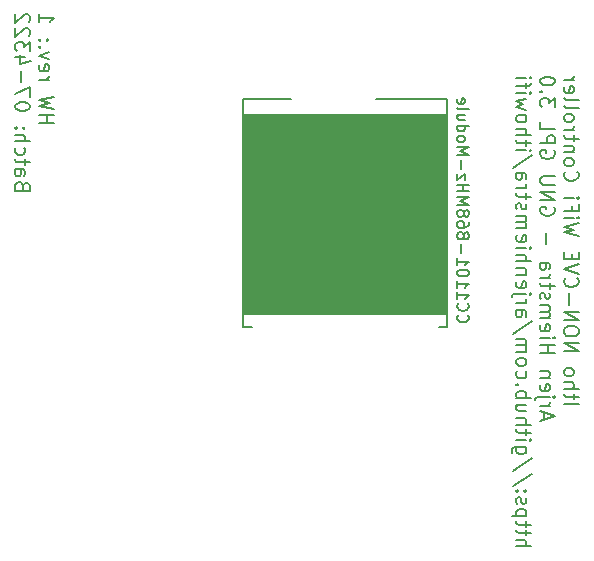
<source format=gbo>
G04 #@! TF.GenerationSoftware,KiCad,Pcbnew,(6.0.8-1)-1*
G04 #@! TF.CreationDate,2022-10-25T17:52:03+02:00*
G04 #@! TF.ProjectId,ithowifi_4l,6974686f-7769-4666-995f-346c2e6b6963,rev?*
G04 #@! TF.SameCoordinates,Original*
G04 #@! TF.FileFunction,Legend,Bot*
G04 #@! TF.FilePolarity,Positive*
%FSLAX46Y46*%
G04 Gerber Fmt 4.6, Leading zero omitted, Abs format (unit mm)*
G04 Created by KiCad (PCBNEW (6.0.8-1)-1) date 2022-10-25 17:52:03*
%MOMM*%
%LPD*%
G01*
G04 APERTURE LIST*
%ADD10C,0.100000*%
%ADD11C,0.200000*%
%ADD12C,0.150000*%
G04 APERTURE END LIST*
D10*
G36*
X103202000Y-135417558D02*
G01*
X85955400Y-135417558D01*
X85930000Y-118450358D01*
X103202000Y-118450358D01*
X103202000Y-135417558D01*
G37*
X103202000Y-135417558D02*
X85955400Y-135417558D01*
X85930000Y-118450358D01*
X103202000Y-118450358D01*
X103202000Y-135417558D01*
D11*
X113075393Y-143011000D02*
X114321393Y-143011000D01*
X113906060Y-142595666D02*
X113906060Y-142121000D01*
X114321393Y-142417666D02*
X113253393Y-142417666D01*
X113134726Y-142358333D01*
X113075393Y-142239666D01*
X113075393Y-142121000D01*
X113075393Y-141705666D02*
X114321393Y-141705666D01*
X113075393Y-141171666D02*
X113728060Y-141171666D01*
X113846726Y-141231000D01*
X113906060Y-141349666D01*
X113906060Y-141527666D01*
X113846726Y-141646333D01*
X113787393Y-141705666D01*
X113075393Y-140400333D02*
X113134726Y-140519000D01*
X113194060Y-140578333D01*
X113312726Y-140637666D01*
X113668726Y-140637666D01*
X113787393Y-140578333D01*
X113846726Y-140519000D01*
X113906060Y-140400333D01*
X113906060Y-140222333D01*
X113846726Y-140103666D01*
X113787393Y-140044333D01*
X113668726Y-139985000D01*
X113312726Y-139985000D01*
X113194060Y-140044333D01*
X113134726Y-140103666D01*
X113075393Y-140222333D01*
X113075393Y-140400333D01*
X113075393Y-138501666D02*
X114321393Y-138501666D01*
X113075393Y-137789666D01*
X114321393Y-137789666D01*
X114321393Y-136959000D02*
X114321393Y-136721666D01*
X114262060Y-136603000D01*
X114143393Y-136484333D01*
X113906060Y-136425000D01*
X113490726Y-136425000D01*
X113253393Y-136484333D01*
X113134726Y-136603000D01*
X113075393Y-136721666D01*
X113075393Y-136959000D01*
X113134726Y-137077666D01*
X113253393Y-137196333D01*
X113490726Y-137255666D01*
X113906060Y-137255666D01*
X114143393Y-137196333D01*
X114262060Y-137077666D01*
X114321393Y-136959000D01*
X113075393Y-135891000D02*
X114321393Y-135891000D01*
X113075393Y-135179000D01*
X114321393Y-135179000D01*
X113550060Y-134585666D02*
X113550060Y-133636333D01*
X113194060Y-132331000D02*
X113134726Y-132390333D01*
X113075393Y-132568333D01*
X113075393Y-132687000D01*
X113134726Y-132865000D01*
X113253393Y-132983666D01*
X113372060Y-133043000D01*
X113609393Y-133102333D01*
X113787393Y-133102333D01*
X114024726Y-133043000D01*
X114143393Y-132983666D01*
X114262060Y-132865000D01*
X114321393Y-132687000D01*
X114321393Y-132568333D01*
X114262060Y-132390333D01*
X114202726Y-132331000D01*
X114321393Y-131975000D02*
X113075393Y-131559666D01*
X114321393Y-131144333D01*
X113728060Y-130729000D02*
X113728060Y-130313666D01*
X113075393Y-130135666D02*
X113075393Y-130729000D01*
X114321393Y-130729000D01*
X114321393Y-130135666D01*
X114321393Y-128771000D02*
X113075393Y-128474333D01*
X113965393Y-128237000D01*
X113075393Y-127999666D01*
X114321393Y-127703000D01*
X113075393Y-127228333D02*
X113906060Y-127228333D01*
X114321393Y-127228333D02*
X114262060Y-127287666D01*
X114202726Y-127228333D01*
X114262060Y-127169000D01*
X114321393Y-127228333D01*
X114202726Y-127228333D01*
X113728060Y-126219666D02*
X113728060Y-126635000D01*
X113075393Y-126635000D02*
X114321393Y-126635000D01*
X114321393Y-126041666D01*
X113075393Y-125567000D02*
X113906060Y-125567000D01*
X114321393Y-125567000D02*
X114262060Y-125626333D01*
X114202726Y-125567000D01*
X114262060Y-125507666D01*
X114321393Y-125567000D01*
X114202726Y-125567000D01*
X113194060Y-123312333D02*
X113134726Y-123371666D01*
X113075393Y-123549666D01*
X113075393Y-123668333D01*
X113134726Y-123846333D01*
X113253393Y-123965000D01*
X113372060Y-124024333D01*
X113609393Y-124083666D01*
X113787393Y-124083666D01*
X114024726Y-124024333D01*
X114143393Y-123965000D01*
X114262060Y-123846333D01*
X114321393Y-123668333D01*
X114321393Y-123549666D01*
X114262060Y-123371666D01*
X114202726Y-123312333D01*
X113075393Y-122600333D02*
X113134726Y-122719000D01*
X113194060Y-122778333D01*
X113312726Y-122837666D01*
X113668726Y-122837666D01*
X113787393Y-122778333D01*
X113846726Y-122719000D01*
X113906060Y-122600333D01*
X113906060Y-122422333D01*
X113846726Y-122303666D01*
X113787393Y-122244333D01*
X113668726Y-122185000D01*
X113312726Y-122185000D01*
X113194060Y-122244333D01*
X113134726Y-122303666D01*
X113075393Y-122422333D01*
X113075393Y-122600333D01*
X113906060Y-121651000D02*
X113075393Y-121651000D01*
X113787393Y-121651000D02*
X113846726Y-121591666D01*
X113906060Y-121473000D01*
X113906060Y-121295000D01*
X113846726Y-121176333D01*
X113728060Y-121117000D01*
X113075393Y-121117000D01*
X113906060Y-120701666D02*
X113906060Y-120227000D01*
X114321393Y-120523666D02*
X113253393Y-120523666D01*
X113134726Y-120464333D01*
X113075393Y-120345666D01*
X113075393Y-120227000D01*
X113075393Y-119811666D02*
X113906060Y-119811666D01*
X113668726Y-119811666D02*
X113787393Y-119752333D01*
X113846726Y-119693000D01*
X113906060Y-119574333D01*
X113906060Y-119455666D01*
X113075393Y-118862333D02*
X113134726Y-118981000D01*
X113194060Y-119040333D01*
X113312726Y-119099666D01*
X113668726Y-119099666D01*
X113787393Y-119040333D01*
X113846726Y-118981000D01*
X113906060Y-118862333D01*
X113906060Y-118684333D01*
X113846726Y-118565666D01*
X113787393Y-118506333D01*
X113668726Y-118447000D01*
X113312726Y-118447000D01*
X113194060Y-118506333D01*
X113134726Y-118565666D01*
X113075393Y-118684333D01*
X113075393Y-118862333D01*
X113075393Y-117735000D02*
X113134726Y-117853666D01*
X113253393Y-117913000D01*
X114321393Y-117913000D01*
X113075393Y-117082333D02*
X113134726Y-117201000D01*
X113253393Y-117260333D01*
X114321393Y-117260333D01*
X113134726Y-116133000D02*
X113075393Y-116251666D01*
X113075393Y-116489000D01*
X113134726Y-116607666D01*
X113253393Y-116667000D01*
X113728060Y-116667000D01*
X113846726Y-116607666D01*
X113906060Y-116489000D01*
X113906060Y-116251666D01*
X113846726Y-116133000D01*
X113728060Y-116073666D01*
X113609393Y-116073666D01*
X113490726Y-116667000D01*
X113075393Y-115539666D02*
X113906060Y-115539666D01*
X113668726Y-115539666D02*
X113787393Y-115480333D01*
X113846726Y-115421000D01*
X113906060Y-115302333D01*
X113906060Y-115183666D01*
X111425333Y-144316333D02*
X111425333Y-143723000D01*
X111069333Y-144435000D02*
X112315333Y-144019666D01*
X111069333Y-143604333D01*
X111069333Y-143189000D02*
X111900000Y-143189000D01*
X111662666Y-143189000D02*
X111781333Y-143129666D01*
X111840666Y-143070333D01*
X111900000Y-142951666D01*
X111900000Y-142833000D01*
X111900000Y-142417666D02*
X110832000Y-142417666D01*
X110713333Y-142477000D01*
X110654000Y-142595666D01*
X110654000Y-142655000D01*
X112315333Y-142417666D02*
X112256000Y-142477000D01*
X112196666Y-142417666D01*
X112256000Y-142358333D01*
X112315333Y-142417666D01*
X112196666Y-142417666D01*
X111128666Y-141349666D02*
X111069333Y-141468333D01*
X111069333Y-141705666D01*
X111128666Y-141824333D01*
X111247333Y-141883666D01*
X111722000Y-141883666D01*
X111840666Y-141824333D01*
X111900000Y-141705666D01*
X111900000Y-141468333D01*
X111840666Y-141349666D01*
X111722000Y-141290333D01*
X111603333Y-141290333D01*
X111484666Y-141883666D01*
X111900000Y-140756333D02*
X111069333Y-140756333D01*
X111781333Y-140756333D02*
X111840666Y-140697000D01*
X111900000Y-140578333D01*
X111900000Y-140400333D01*
X111840666Y-140281666D01*
X111722000Y-140222333D01*
X111069333Y-140222333D01*
X111069333Y-138679666D02*
X112315333Y-138679666D01*
X111722000Y-138679666D02*
X111722000Y-137967666D01*
X111069333Y-137967666D02*
X112315333Y-137967666D01*
X111069333Y-137374333D02*
X111900000Y-137374333D01*
X112315333Y-137374333D02*
X112256000Y-137433666D01*
X112196666Y-137374333D01*
X112256000Y-137315000D01*
X112315333Y-137374333D01*
X112196666Y-137374333D01*
X111128666Y-136306333D02*
X111069333Y-136425000D01*
X111069333Y-136662333D01*
X111128666Y-136781000D01*
X111247333Y-136840333D01*
X111722000Y-136840333D01*
X111840666Y-136781000D01*
X111900000Y-136662333D01*
X111900000Y-136425000D01*
X111840666Y-136306333D01*
X111722000Y-136247000D01*
X111603333Y-136247000D01*
X111484666Y-136840333D01*
X111069333Y-135713000D02*
X111900000Y-135713000D01*
X111781333Y-135713000D02*
X111840666Y-135653666D01*
X111900000Y-135535000D01*
X111900000Y-135357000D01*
X111840666Y-135238333D01*
X111722000Y-135179000D01*
X111069333Y-135179000D01*
X111722000Y-135179000D02*
X111840666Y-135119666D01*
X111900000Y-135001000D01*
X111900000Y-134823000D01*
X111840666Y-134704333D01*
X111722000Y-134645000D01*
X111069333Y-134645000D01*
X111128666Y-134111000D02*
X111069333Y-133992333D01*
X111069333Y-133755000D01*
X111128666Y-133636333D01*
X111247333Y-133577000D01*
X111306666Y-133577000D01*
X111425333Y-133636333D01*
X111484666Y-133755000D01*
X111484666Y-133933000D01*
X111544000Y-134051666D01*
X111662666Y-134111000D01*
X111722000Y-134111000D01*
X111840666Y-134051666D01*
X111900000Y-133933000D01*
X111900000Y-133755000D01*
X111840666Y-133636333D01*
X111900000Y-133221000D02*
X111900000Y-132746333D01*
X112315333Y-133043000D02*
X111247333Y-133043000D01*
X111128666Y-132983666D01*
X111069333Y-132865000D01*
X111069333Y-132746333D01*
X111069333Y-132331000D02*
X111900000Y-132331000D01*
X111662666Y-132331000D02*
X111781333Y-132271666D01*
X111840666Y-132212333D01*
X111900000Y-132093666D01*
X111900000Y-131975000D01*
X111069333Y-131025666D02*
X111722000Y-131025666D01*
X111840666Y-131085000D01*
X111900000Y-131203666D01*
X111900000Y-131441000D01*
X111840666Y-131559666D01*
X111128666Y-131025666D02*
X111069333Y-131144333D01*
X111069333Y-131441000D01*
X111128666Y-131559666D01*
X111247333Y-131619000D01*
X111366000Y-131619000D01*
X111484666Y-131559666D01*
X111544000Y-131441000D01*
X111544000Y-131144333D01*
X111603333Y-131025666D01*
X111544000Y-129483000D02*
X111544000Y-128533666D01*
X112256000Y-126338333D02*
X112315333Y-126457000D01*
X112315333Y-126635000D01*
X112256000Y-126813000D01*
X112137333Y-126931666D01*
X112018666Y-126991000D01*
X111781333Y-127050333D01*
X111603333Y-127050333D01*
X111366000Y-126991000D01*
X111247333Y-126931666D01*
X111128666Y-126813000D01*
X111069333Y-126635000D01*
X111069333Y-126516333D01*
X111128666Y-126338333D01*
X111188000Y-126279000D01*
X111603333Y-126279000D01*
X111603333Y-126516333D01*
X111069333Y-125745000D02*
X112315333Y-125745000D01*
X111069333Y-125033000D01*
X112315333Y-125033000D01*
X112315333Y-124439666D02*
X111306666Y-124439666D01*
X111188000Y-124380333D01*
X111128666Y-124321000D01*
X111069333Y-124202333D01*
X111069333Y-123965000D01*
X111128666Y-123846333D01*
X111188000Y-123787000D01*
X111306666Y-123727666D01*
X112315333Y-123727666D01*
X112256000Y-121532333D02*
X112315333Y-121651000D01*
X112315333Y-121829000D01*
X112256000Y-122007000D01*
X112137333Y-122125666D01*
X112018666Y-122185000D01*
X111781333Y-122244333D01*
X111603333Y-122244333D01*
X111366000Y-122185000D01*
X111247333Y-122125666D01*
X111128666Y-122007000D01*
X111069333Y-121829000D01*
X111069333Y-121710333D01*
X111128666Y-121532333D01*
X111188000Y-121473000D01*
X111603333Y-121473000D01*
X111603333Y-121710333D01*
X111069333Y-120939000D02*
X112315333Y-120939000D01*
X112315333Y-120464333D01*
X112256000Y-120345666D01*
X112196666Y-120286333D01*
X112078000Y-120227000D01*
X111900000Y-120227000D01*
X111781333Y-120286333D01*
X111722000Y-120345666D01*
X111662666Y-120464333D01*
X111662666Y-120939000D01*
X111069333Y-119099666D02*
X111069333Y-119693000D01*
X112315333Y-119693000D01*
X112315333Y-117853666D02*
X112315333Y-117082333D01*
X111840666Y-117497666D01*
X111840666Y-117319666D01*
X111781333Y-117201000D01*
X111722000Y-117141666D01*
X111603333Y-117082333D01*
X111306666Y-117082333D01*
X111188000Y-117141666D01*
X111128666Y-117201000D01*
X111069333Y-117319666D01*
X111069333Y-117675666D01*
X111128666Y-117794333D01*
X111188000Y-117853666D01*
X111188000Y-116548333D02*
X111128666Y-116489000D01*
X111069333Y-116548333D01*
X111128666Y-116607666D01*
X111188000Y-116548333D01*
X111069333Y-116548333D01*
X112315333Y-115717666D02*
X112315333Y-115599000D01*
X112256000Y-115480333D01*
X112196666Y-115421000D01*
X112078000Y-115361666D01*
X111840666Y-115302333D01*
X111544000Y-115302333D01*
X111306666Y-115361666D01*
X111188000Y-115421000D01*
X111128666Y-115480333D01*
X111069333Y-115599000D01*
X111069333Y-115717666D01*
X111128666Y-115836333D01*
X111188000Y-115895666D01*
X111306666Y-115955000D01*
X111544000Y-116014333D01*
X111840666Y-116014333D01*
X112078000Y-115955000D01*
X112196666Y-115895666D01*
X112256000Y-115836333D01*
X112315333Y-115717666D01*
X109063273Y-155055666D02*
X110309273Y-155055666D01*
X109063273Y-154521666D02*
X109715940Y-154521666D01*
X109834606Y-154581000D01*
X109893940Y-154699666D01*
X109893940Y-154877666D01*
X109834606Y-154996333D01*
X109775273Y-155055666D01*
X109893940Y-154106333D02*
X109893940Y-153631666D01*
X110309273Y-153928333D02*
X109241273Y-153928333D01*
X109122606Y-153869000D01*
X109063273Y-153750333D01*
X109063273Y-153631666D01*
X109893940Y-153394333D02*
X109893940Y-152919666D01*
X110309273Y-153216333D02*
X109241273Y-153216333D01*
X109122606Y-153157000D01*
X109063273Y-153038333D01*
X109063273Y-152919666D01*
X109893940Y-152504333D02*
X108647940Y-152504333D01*
X109834606Y-152504333D02*
X109893940Y-152385666D01*
X109893940Y-152148333D01*
X109834606Y-152029666D01*
X109775273Y-151970333D01*
X109656606Y-151911000D01*
X109300606Y-151911000D01*
X109181940Y-151970333D01*
X109122606Y-152029666D01*
X109063273Y-152148333D01*
X109063273Y-152385666D01*
X109122606Y-152504333D01*
X109122606Y-151436333D02*
X109063273Y-151317666D01*
X109063273Y-151080333D01*
X109122606Y-150961666D01*
X109241273Y-150902333D01*
X109300606Y-150902333D01*
X109419273Y-150961666D01*
X109478606Y-151080333D01*
X109478606Y-151258333D01*
X109537940Y-151377000D01*
X109656606Y-151436333D01*
X109715940Y-151436333D01*
X109834606Y-151377000D01*
X109893940Y-151258333D01*
X109893940Y-151080333D01*
X109834606Y-150961666D01*
X109181940Y-150368333D02*
X109122606Y-150309000D01*
X109063273Y-150368333D01*
X109122606Y-150427666D01*
X109181940Y-150368333D01*
X109063273Y-150368333D01*
X109834606Y-150368333D02*
X109775273Y-150309000D01*
X109715940Y-150368333D01*
X109775273Y-150427666D01*
X109834606Y-150368333D01*
X109715940Y-150368333D01*
X110368606Y-148885000D02*
X108766606Y-149953000D01*
X110368606Y-147579666D02*
X108766606Y-148647666D01*
X109893940Y-146630333D02*
X108885273Y-146630333D01*
X108766606Y-146689666D01*
X108707273Y-146749000D01*
X108647940Y-146867666D01*
X108647940Y-147045666D01*
X108707273Y-147164333D01*
X109122606Y-146630333D02*
X109063273Y-146749000D01*
X109063273Y-146986333D01*
X109122606Y-147105000D01*
X109181940Y-147164333D01*
X109300606Y-147223666D01*
X109656606Y-147223666D01*
X109775273Y-147164333D01*
X109834606Y-147105000D01*
X109893940Y-146986333D01*
X109893940Y-146749000D01*
X109834606Y-146630333D01*
X109063273Y-146037000D02*
X109893940Y-146037000D01*
X110309273Y-146037000D02*
X110249940Y-146096333D01*
X110190606Y-146037000D01*
X110249940Y-145977666D01*
X110309273Y-146037000D01*
X110190606Y-146037000D01*
X109893940Y-145621666D02*
X109893940Y-145147000D01*
X110309273Y-145443666D02*
X109241273Y-145443666D01*
X109122606Y-145384333D01*
X109063273Y-145265666D01*
X109063273Y-145147000D01*
X109063273Y-144731666D02*
X110309273Y-144731666D01*
X109063273Y-144197666D02*
X109715940Y-144197666D01*
X109834606Y-144257000D01*
X109893940Y-144375666D01*
X109893940Y-144553666D01*
X109834606Y-144672333D01*
X109775273Y-144731666D01*
X109893940Y-143070333D02*
X109063273Y-143070333D01*
X109893940Y-143604333D02*
X109241273Y-143604333D01*
X109122606Y-143545000D01*
X109063273Y-143426333D01*
X109063273Y-143248333D01*
X109122606Y-143129666D01*
X109181940Y-143070333D01*
X109063273Y-142477000D02*
X110309273Y-142477000D01*
X109834606Y-142477000D02*
X109893940Y-142358333D01*
X109893940Y-142121000D01*
X109834606Y-142002333D01*
X109775273Y-141943000D01*
X109656606Y-141883666D01*
X109300606Y-141883666D01*
X109181940Y-141943000D01*
X109122606Y-142002333D01*
X109063273Y-142121000D01*
X109063273Y-142358333D01*
X109122606Y-142477000D01*
X109181940Y-141349666D02*
X109122606Y-141290333D01*
X109063273Y-141349666D01*
X109122606Y-141409000D01*
X109181940Y-141349666D01*
X109063273Y-141349666D01*
X109122606Y-140222333D02*
X109063273Y-140341000D01*
X109063273Y-140578333D01*
X109122606Y-140697000D01*
X109181940Y-140756333D01*
X109300606Y-140815666D01*
X109656606Y-140815666D01*
X109775273Y-140756333D01*
X109834606Y-140697000D01*
X109893940Y-140578333D01*
X109893940Y-140341000D01*
X109834606Y-140222333D01*
X109063273Y-139510333D02*
X109122606Y-139629000D01*
X109181940Y-139688333D01*
X109300606Y-139747666D01*
X109656606Y-139747666D01*
X109775273Y-139688333D01*
X109834606Y-139629000D01*
X109893940Y-139510333D01*
X109893940Y-139332333D01*
X109834606Y-139213666D01*
X109775273Y-139154333D01*
X109656606Y-139095000D01*
X109300606Y-139095000D01*
X109181940Y-139154333D01*
X109122606Y-139213666D01*
X109063273Y-139332333D01*
X109063273Y-139510333D01*
X109063273Y-138561000D02*
X109893940Y-138561000D01*
X109775273Y-138561000D02*
X109834606Y-138501666D01*
X109893940Y-138383000D01*
X109893940Y-138205000D01*
X109834606Y-138086333D01*
X109715940Y-138027000D01*
X109063273Y-138027000D01*
X109715940Y-138027000D02*
X109834606Y-137967666D01*
X109893940Y-137849000D01*
X109893940Y-137671000D01*
X109834606Y-137552333D01*
X109715940Y-137493000D01*
X109063273Y-137493000D01*
X110368606Y-136009666D02*
X108766606Y-137077666D01*
X109063273Y-135060333D02*
X109715940Y-135060333D01*
X109834606Y-135119666D01*
X109893940Y-135238333D01*
X109893940Y-135475666D01*
X109834606Y-135594333D01*
X109122606Y-135060333D02*
X109063273Y-135179000D01*
X109063273Y-135475666D01*
X109122606Y-135594333D01*
X109241273Y-135653666D01*
X109359940Y-135653666D01*
X109478606Y-135594333D01*
X109537940Y-135475666D01*
X109537940Y-135179000D01*
X109597273Y-135060333D01*
X109063273Y-134467000D02*
X109893940Y-134467000D01*
X109656606Y-134467000D02*
X109775273Y-134407666D01*
X109834606Y-134348333D01*
X109893940Y-134229666D01*
X109893940Y-134111000D01*
X109893940Y-133695666D02*
X108825940Y-133695666D01*
X108707273Y-133755000D01*
X108647940Y-133873666D01*
X108647940Y-133933000D01*
X110309273Y-133695666D02*
X110249940Y-133755000D01*
X110190606Y-133695666D01*
X110249940Y-133636333D01*
X110309273Y-133695666D01*
X110190606Y-133695666D01*
X109122606Y-132627666D02*
X109063273Y-132746333D01*
X109063273Y-132983666D01*
X109122606Y-133102333D01*
X109241273Y-133161666D01*
X109715940Y-133161666D01*
X109834606Y-133102333D01*
X109893940Y-132983666D01*
X109893940Y-132746333D01*
X109834606Y-132627666D01*
X109715940Y-132568333D01*
X109597273Y-132568333D01*
X109478606Y-133161666D01*
X109893940Y-132034333D02*
X109063273Y-132034333D01*
X109775273Y-132034333D02*
X109834606Y-131975000D01*
X109893940Y-131856333D01*
X109893940Y-131678333D01*
X109834606Y-131559666D01*
X109715940Y-131500333D01*
X109063273Y-131500333D01*
X109063273Y-130907000D02*
X110309273Y-130907000D01*
X109063273Y-130373000D02*
X109715940Y-130373000D01*
X109834606Y-130432333D01*
X109893940Y-130551000D01*
X109893940Y-130729000D01*
X109834606Y-130847666D01*
X109775273Y-130907000D01*
X109063273Y-129779666D02*
X109893940Y-129779666D01*
X110309273Y-129779666D02*
X110249940Y-129839000D01*
X110190606Y-129779666D01*
X110249940Y-129720333D01*
X110309273Y-129779666D01*
X110190606Y-129779666D01*
X109122606Y-128711666D02*
X109063273Y-128830333D01*
X109063273Y-129067666D01*
X109122606Y-129186333D01*
X109241273Y-129245666D01*
X109715940Y-129245666D01*
X109834606Y-129186333D01*
X109893940Y-129067666D01*
X109893940Y-128830333D01*
X109834606Y-128711666D01*
X109715940Y-128652333D01*
X109597273Y-128652333D01*
X109478606Y-129245666D01*
X109063273Y-128118333D02*
X109893940Y-128118333D01*
X109775273Y-128118333D02*
X109834606Y-128059000D01*
X109893940Y-127940333D01*
X109893940Y-127762333D01*
X109834606Y-127643666D01*
X109715940Y-127584333D01*
X109063273Y-127584333D01*
X109715940Y-127584333D02*
X109834606Y-127525000D01*
X109893940Y-127406333D01*
X109893940Y-127228333D01*
X109834606Y-127109666D01*
X109715940Y-127050333D01*
X109063273Y-127050333D01*
X109122606Y-126516333D02*
X109063273Y-126397666D01*
X109063273Y-126160333D01*
X109122606Y-126041666D01*
X109241273Y-125982333D01*
X109300606Y-125982333D01*
X109419273Y-126041666D01*
X109478606Y-126160333D01*
X109478606Y-126338333D01*
X109537940Y-126457000D01*
X109656606Y-126516333D01*
X109715940Y-126516333D01*
X109834606Y-126457000D01*
X109893940Y-126338333D01*
X109893940Y-126160333D01*
X109834606Y-126041666D01*
X109893940Y-125626333D02*
X109893940Y-125151666D01*
X110309273Y-125448333D02*
X109241273Y-125448333D01*
X109122606Y-125389000D01*
X109063273Y-125270333D01*
X109063273Y-125151666D01*
X109063273Y-124736333D02*
X109893940Y-124736333D01*
X109656606Y-124736333D02*
X109775273Y-124677000D01*
X109834606Y-124617666D01*
X109893940Y-124499000D01*
X109893940Y-124380333D01*
X109063273Y-123431000D02*
X109715940Y-123431000D01*
X109834606Y-123490333D01*
X109893940Y-123609000D01*
X109893940Y-123846333D01*
X109834606Y-123965000D01*
X109122606Y-123431000D02*
X109063273Y-123549666D01*
X109063273Y-123846333D01*
X109122606Y-123965000D01*
X109241273Y-124024333D01*
X109359940Y-124024333D01*
X109478606Y-123965000D01*
X109537940Y-123846333D01*
X109537940Y-123549666D01*
X109597273Y-123431000D01*
X110368606Y-121947666D02*
X108766606Y-123015666D01*
X109063273Y-121532333D02*
X109893940Y-121532333D01*
X110309273Y-121532333D02*
X110249940Y-121591666D01*
X110190606Y-121532333D01*
X110249940Y-121473000D01*
X110309273Y-121532333D01*
X110190606Y-121532333D01*
X109893940Y-121117000D02*
X109893940Y-120642333D01*
X110309273Y-120939000D02*
X109241273Y-120939000D01*
X109122606Y-120879666D01*
X109063273Y-120761000D01*
X109063273Y-120642333D01*
X109063273Y-120227000D02*
X110309273Y-120227000D01*
X109063273Y-119693000D02*
X109715940Y-119693000D01*
X109834606Y-119752333D01*
X109893940Y-119871000D01*
X109893940Y-120049000D01*
X109834606Y-120167666D01*
X109775273Y-120227000D01*
X109063273Y-118921666D02*
X109122606Y-119040333D01*
X109181940Y-119099666D01*
X109300606Y-119159000D01*
X109656606Y-119159000D01*
X109775273Y-119099666D01*
X109834606Y-119040333D01*
X109893940Y-118921666D01*
X109893940Y-118743666D01*
X109834606Y-118625000D01*
X109775273Y-118565666D01*
X109656606Y-118506333D01*
X109300606Y-118506333D01*
X109181940Y-118565666D01*
X109122606Y-118625000D01*
X109063273Y-118743666D01*
X109063273Y-118921666D01*
X109893940Y-118091000D02*
X109063273Y-117853666D01*
X109656606Y-117616333D01*
X109063273Y-117379000D01*
X109893940Y-117141666D01*
X109063273Y-116667000D02*
X109893940Y-116667000D01*
X110309273Y-116667000D02*
X110249940Y-116726333D01*
X110190606Y-116667000D01*
X110249940Y-116607666D01*
X110309273Y-116667000D01*
X110190606Y-116667000D01*
X109893940Y-116251666D02*
X109893940Y-115777000D01*
X109063273Y-116073666D02*
X110131273Y-116073666D01*
X110249940Y-116014333D01*
X110309273Y-115895666D01*
X110309273Y-115777000D01*
X109063273Y-115361666D02*
X109893940Y-115361666D01*
X110309273Y-115361666D02*
X110249940Y-115421000D01*
X110190606Y-115361666D01*
X110249940Y-115302333D01*
X110309273Y-115361666D01*
X110190606Y-115361666D01*
X68638363Y-119224333D02*
X69884363Y-119224333D01*
X69291030Y-119224333D02*
X69291030Y-118512333D01*
X68638363Y-118512333D02*
X69884363Y-118512333D01*
X69884363Y-118037666D02*
X68638363Y-117741000D01*
X69528363Y-117503666D01*
X68638363Y-117266333D01*
X69884363Y-116969666D01*
X68638363Y-115545666D02*
X69469030Y-115545666D01*
X69231696Y-115545666D02*
X69350363Y-115486333D01*
X69409696Y-115427000D01*
X69469030Y-115308333D01*
X69469030Y-115189666D01*
X68697696Y-114299666D02*
X68638363Y-114418333D01*
X68638363Y-114655666D01*
X68697696Y-114774333D01*
X68816363Y-114833666D01*
X69291030Y-114833666D01*
X69409696Y-114774333D01*
X69469030Y-114655666D01*
X69469030Y-114418333D01*
X69409696Y-114299666D01*
X69291030Y-114240333D01*
X69172363Y-114240333D01*
X69053696Y-114833666D01*
X69469030Y-113825000D02*
X68638363Y-113528333D01*
X69469030Y-113231666D01*
X68757030Y-112757000D02*
X68697696Y-112697666D01*
X68638363Y-112757000D01*
X68697696Y-112816333D01*
X68757030Y-112757000D01*
X68638363Y-112757000D01*
X68757030Y-112163666D02*
X68697696Y-112104333D01*
X68638363Y-112163666D01*
X68697696Y-112223000D01*
X68757030Y-112163666D01*
X68638363Y-112163666D01*
X69409696Y-112163666D02*
X69350363Y-112104333D01*
X69291030Y-112163666D01*
X69350363Y-112223000D01*
X69409696Y-112163666D01*
X69291030Y-112163666D01*
X68638363Y-109968333D02*
X68638363Y-110680333D01*
X68638363Y-110324333D02*
X69884363Y-110324333D01*
X69706363Y-110443000D01*
X69587696Y-110561666D01*
X69528363Y-110680333D01*
X67284970Y-124505000D02*
X67225636Y-124327000D01*
X67166303Y-124267666D01*
X67047636Y-124208333D01*
X66869636Y-124208333D01*
X66750970Y-124267666D01*
X66691636Y-124327000D01*
X66632303Y-124445666D01*
X66632303Y-124920333D01*
X67878303Y-124920333D01*
X67878303Y-124505000D01*
X67818970Y-124386333D01*
X67759636Y-124327000D01*
X67640970Y-124267666D01*
X67522303Y-124267666D01*
X67403636Y-124327000D01*
X67344303Y-124386333D01*
X67284970Y-124505000D01*
X67284970Y-124920333D01*
X66632303Y-123140333D02*
X67284970Y-123140333D01*
X67403636Y-123199666D01*
X67462970Y-123318333D01*
X67462970Y-123555666D01*
X67403636Y-123674333D01*
X66691636Y-123140333D02*
X66632303Y-123259000D01*
X66632303Y-123555666D01*
X66691636Y-123674333D01*
X66810303Y-123733666D01*
X66928970Y-123733666D01*
X67047636Y-123674333D01*
X67106970Y-123555666D01*
X67106970Y-123259000D01*
X67166303Y-123140333D01*
X67462970Y-122725000D02*
X67462970Y-122250333D01*
X67878303Y-122547000D02*
X66810303Y-122547000D01*
X66691636Y-122487666D01*
X66632303Y-122369000D01*
X66632303Y-122250333D01*
X66691636Y-121301000D02*
X66632303Y-121419666D01*
X66632303Y-121657000D01*
X66691636Y-121775666D01*
X66750970Y-121835000D01*
X66869636Y-121894333D01*
X67225636Y-121894333D01*
X67344303Y-121835000D01*
X67403636Y-121775666D01*
X67462970Y-121657000D01*
X67462970Y-121419666D01*
X67403636Y-121301000D01*
X66632303Y-120767000D02*
X67878303Y-120767000D01*
X66632303Y-120233000D02*
X67284970Y-120233000D01*
X67403636Y-120292333D01*
X67462970Y-120411000D01*
X67462970Y-120589000D01*
X67403636Y-120707666D01*
X67344303Y-120767000D01*
X66750970Y-119639666D02*
X66691636Y-119580333D01*
X66632303Y-119639666D01*
X66691636Y-119699000D01*
X66750970Y-119639666D01*
X66632303Y-119639666D01*
X67403636Y-119639666D02*
X67344303Y-119580333D01*
X67284970Y-119639666D01*
X67344303Y-119699000D01*
X67403636Y-119639666D01*
X67284970Y-119639666D01*
X67878303Y-117859666D02*
X67878303Y-117741000D01*
X67818970Y-117622333D01*
X67759636Y-117563000D01*
X67640970Y-117503666D01*
X67403636Y-117444333D01*
X67106970Y-117444333D01*
X66869636Y-117503666D01*
X66750970Y-117563000D01*
X66691636Y-117622333D01*
X66632303Y-117741000D01*
X66632303Y-117859666D01*
X66691636Y-117978333D01*
X66750970Y-118037666D01*
X66869636Y-118097000D01*
X67106970Y-118156333D01*
X67403636Y-118156333D01*
X67640970Y-118097000D01*
X67759636Y-118037666D01*
X67818970Y-117978333D01*
X67878303Y-117859666D01*
X67878303Y-117029000D02*
X67878303Y-116198333D01*
X66632303Y-116732333D01*
X67106970Y-115723666D02*
X67106970Y-114774333D01*
X67462970Y-113647000D02*
X66632303Y-113647000D01*
X67937636Y-113943666D02*
X67047636Y-114240333D01*
X67047636Y-113469000D01*
X67878303Y-113113000D02*
X67878303Y-112341666D01*
X67403636Y-112757000D01*
X67403636Y-112579000D01*
X67344303Y-112460333D01*
X67284970Y-112401000D01*
X67166303Y-112341666D01*
X66869636Y-112341666D01*
X66750970Y-112401000D01*
X66691636Y-112460333D01*
X66632303Y-112579000D01*
X66632303Y-112935000D01*
X66691636Y-113053666D01*
X66750970Y-113113000D01*
X67759636Y-111867000D02*
X67818970Y-111807666D01*
X67878303Y-111689000D01*
X67878303Y-111392333D01*
X67818970Y-111273666D01*
X67759636Y-111214333D01*
X67640970Y-111155000D01*
X67522303Y-111155000D01*
X67344303Y-111214333D01*
X66632303Y-111926333D01*
X66632303Y-111155000D01*
X67759636Y-110680333D02*
X67818970Y-110621000D01*
X67878303Y-110502333D01*
X67878303Y-110205666D01*
X67818970Y-110087000D01*
X67759636Y-110027666D01*
X67640970Y-109968333D01*
X67522303Y-109968333D01*
X67344303Y-110027666D01*
X66632303Y-110739666D01*
X66632303Y-109968333D01*
D12*
X104118848Y-135474298D02*
X104071229Y-135521917D01*
X104023610Y-135664774D01*
X104023610Y-135760012D01*
X104071229Y-135902869D01*
X104166467Y-135998107D01*
X104261705Y-136045726D01*
X104452181Y-136093346D01*
X104595038Y-136093346D01*
X104785514Y-136045726D01*
X104880752Y-135998107D01*
X104975991Y-135902869D01*
X105023610Y-135760012D01*
X105023610Y-135664774D01*
X104975991Y-135521917D01*
X104928371Y-135474298D01*
X104118848Y-134474298D02*
X104071229Y-134521917D01*
X104023610Y-134664774D01*
X104023610Y-134760012D01*
X104071229Y-134902869D01*
X104166467Y-134998107D01*
X104261705Y-135045726D01*
X104452181Y-135093346D01*
X104595038Y-135093346D01*
X104785514Y-135045726D01*
X104880752Y-134998107D01*
X104975991Y-134902869D01*
X105023610Y-134760012D01*
X105023610Y-134664774D01*
X104975991Y-134521917D01*
X104928371Y-134474298D01*
X104023610Y-133521917D02*
X104023610Y-134093346D01*
X104023610Y-133807631D02*
X105023610Y-133807631D01*
X104880752Y-133902869D01*
X104785514Y-133998107D01*
X104737895Y-134093346D01*
X104023610Y-132569536D02*
X104023610Y-133140965D01*
X104023610Y-132855250D02*
X105023610Y-132855250D01*
X104880752Y-132950488D01*
X104785514Y-133045726D01*
X104737895Y-133140965D01*
X105023610Y-131950488D02*
X105023610Y-131855250D01*
X104975991Y-131760012D01*
X104928371Y-131712393D01*
X104833133Y-131664774D01*
X104642657Y-131617155D01*
X104404562Y-131617155D01*
X104214086Y-131664774D01*
X104118848Y-131712393D01*
X104071229Y-131760012D01*
X104023610Y-131855250D01*
X104023610Y-131950488D01*
X104071229Y-132045726D01*
X104118848Y-132093346D01*
X104214086Y-132140965D01*
X104404562Y-132188584D01*
X104642657Y-132188584D01*
X104833133Y-132140965D01*
X104928371Y-132093346D01*
X104975991Y-132045726D01*
X105023610Y-131950488D01*
X104023610Y-130664774D02*
X104023610Y-131236203D01*
X104023610Y-130950488D02*
X105023610Y-130950488D01*
X104880752Y-131045726D01*
X104785514Y-131140965D01*
X104737895Y-131236203D01*
X104404562Y-130236203D02*
X104404562Y-129474298D01*
X104595038Y-128855250D02*
X104642657Y-128950488D01*
X104690276Y-128998107D01*
X104785514Y-129045726D01*
X104833133Y-129045726D01*
X104928371Y-128998107D01*
X104975991Y-128950488D01*
X105023610Y-128855250D01*
X105023610Y-128664774D01*
X104975991Y-128569536D01*
X104928371Y-128521917D01*
X104833133Y-128474298D01*
X104785514Y-128474298D01*
X104690276Y-128521917D01*
X104642657Y-128569536D01*
X104595038Y-128664774D01*
X104595038Y-128855250D01*
X104547419Y-128950488D01*
X104499800Y-128998107D01*
X104404562Y-129045726D01*
X104214086Y-129045726D01*
X104118848Y-128998107D01*
X104071229Y-128950488D01*
X104023610Y-128855250D01*
X104023610Y-128664774D01*
X104071229Y-128569536D01*
X104118848Y-128521917D01*
X104214086Y-128474298D01*
X104404562Y-128474298D01*
X104499800Y-128521917D01*
X104547419Y-128569536D01*
X104595038Y-128664774D01*
X105023610Y-127617155D02*
X105023610Y-127807631D01*
X104975991Y-127902869D01*
X104928371Y-127950488D01*
X104785514Y-128045726D01*
X104595038Y-128093346D01*
X104214086Y-128093346D01*
X104118848Y-128045726D01*
X104071229Y-127998107D01*
X104023610Y-127902869D01*
X104023610Y-127712393D01*
X104071229Y-127617155D01*
X104118848Y-127569536D01*
X104214086Y-127521917D01*
X104452181Y-127521917D01*
X104547419Y-127569536D01*
X104595038Y-127617155D01*
X104642657Y-127712393D01*
X104642657Y-127902869D01*
X104595038Y-127998107D01*
X104547419Y-128045726D01*
X104452181Y-128093346D01*
X104595038Y-126950488D02*
X104642657Y-127045726D01*
X104690276Y-127093346D01*
X104785514Y-127140965D01*
X104833133Y-127140965D01*
X104928371Y-127093346D01*
X104975991Y-127045726D01*
X105023610Y-126950488D01*
X105023610Y-126760012D01*
X104975991Y-126664774D01*
X104928371Y-126617155D01*
X104833133Y-126569536D01*
X104785514Y-126569536D01*
X104690276Y-126617155D01*
X104642657Y-126664774D01*
X104595038Y-126760012D01*
X104595038Y-126950488D01*
X104547419Y-127045726D01*
X104499800Y-127093346D01*
X104404562Y-127140965D01*
X104214086Y-127140965D01*
X104118848Y-127093346D01*
X104071229Y-127045726D01*
X104023610Y-126950488D01*
X104023610Y-126760012D01*
X104071229Y-126664774D01*
X104118848Y-126617155D01*
X104214086Y-126569536D01*
X104404562Y-126569536D01*
X104499800Y-126617155D01*
X104547419Y-126664774D01*
X104595038Y-126760012D01*
X104023610Y-126140965D02*
X105023610Y-126140965D01*
X104309324Y-125807631D01*
X105023610Y-125474298D01*
X104023610Y-125474298D01*
X104023610Y-124998107D02*
X105023610Y-124998107D01*
X104547419Y-124998107D02*
X104547419Y-124426679D01*
X104023610Y-124426679D02*
X105023610Y-124426679D01*
X104690276Y-124045726D02*
X104690276Y-123521917D01*
X104023610Y-124045726D01*
X104023610Y-123521917D01*
X104404562Y-123140965D02*
X104404562Y-122379060D01*
X104023610Y-121902869D02*
X105023610Y-121902869D01*
X104309324Y-121569536D01*
X105023610Y-121236203D01*
X104023610Y-121236203D01*
X104023610Y-120617155D02*
X104071229Y-120712393D01*
X104118848Y-120760012D01*
X104214086Y-120807631D01*
X104499800Y-120807631D01*
X104595038Y-120760012D01*
X104642657Y-120712393D01*
X104690276Y-120617155D01*
X104690276Y-120474298D01*
X104642657Y-120379060D01*
X104595038Y-120331441D01*
X104499800Y-120283822D01*
X104214086Y-120283822D01*
X104118848Y-120331441D01*
X104071229Y-120379060D01*
X104023610Y-120474298D01*
X104023610Y-120617155D01*
X104023610Y-119426679D02*
X105023610Y-119426679D01*
X104071229Y-119426679D02*
X104023610Y-119521917D01*
X104023610Y-119712393D01*
X104071229Y-119807631D01*
X104118848Y-119855250D01*
X104214086Y-119902869D01*
X104499800Y-119902869D01*
X104595038Y-119855250D01*
X104642657Y-119807631D01*
X104690276Y-119712393D01*
X104690276Y-119521917D01*
X104642657Y-119426679D01*
X104690276Y-118521917D02*
X104023610Y-118521917D01*
X104690276Y-118950488D02*
X104166467Y-118950488D01*
X104071229Y-118902869D01*
X104023610Y-118807631D01*
X104023610Y-118664774D01*
X104071229Y-118569536D01*
X104118848Y-118521917D01*
X104023610Y-117902869D02*
X104071229Y-117998107D01*
X104166467Y-118045726D01*
X105023610Y-118045726D01*
X104071229Y-117140965D02*
X104023610Y-117236203D01*
X104023610Y-117426679D01*
X104071229Y-117521917D01*
X104166467Y-117569536D01*
X104547419Y-117569536D01*
X104642657Y-117521917D01*
X104690276Y-117426679D01*
X104690276Y-117236203D01*
X104642657Y-117140965D01*
X104547419Y-117093346D01*
X104452181Y-117093346D01*
X104356943Y-117569536D01*
X85920000Y-117197358D02*
X85920000Y-136497358D01*
X85920000Y-136497358D02*
X86670000Y-136497358D01*
X89945000Y-117197358D02*
X85920000Y-117197358D01*
X103220000Y-136497358D02*
X103220000Y-117197358D01*
X103220000Y-117197358D02*
X97195000Y-117197358D01*
X102470000Y-136497358D02*
X103220000Y-136497358D01*
M02*

</source>
